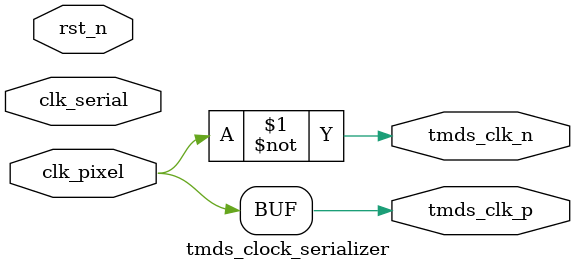
<source format=v>

module DVI_TX_Top (
    input  wire        I_rst_n,        // Reset (active low)
    input  wire        I_serial_clk,   // Serial clock (5x pixel clock)
    input  wire        I_rgb_clk,      // Pixel clock
    input  wire        I_rgb_vs,       // Vertical sync
    input  wire        I_rgb_hs,       // Horizontal sync
    input  wire        I_rgb_de,       // Data enable
    input  wire [7:0]  I_rgb_r,        // Red data
    input  wire [7:0]  I_rgb_g,        // Green data
    input  wire [7:0]  I_rgb_b,        // Blue data
    
    output wire        O_tmds_clk_p,   // TMDS clock positive
    output wire        O_tmds_clk_n,   // TMDS clock negative
    output wire [2:0]  O_tmds_data_p,  // TMDS data positive {r,g,b}
    output wire [2:0]  O_tmds_data_n   // TMDS data negative {r,g,b}
);

    // TMDS encoded data
    wire [9:0] tmds_data_red;
    wire [9:0] tmds_data_green;
    wire [9:0] tmds_data_blue;
    
    // Control signals for TMDS encoding
    wire [1:0] control_red   = 2'b00;
    wire [1:0] control_green = 2'b00;
    wire [1:0] control_blue  = {I_rgb_vs, I_rgb_hs};
    
    // TMDS Encoders for each color channel
    tmds_encoder tmds_enc_red (
        .clk(I_rgb_clk),
        .rst_n(I_rst_n),
        .data_enable(I_rgb_de),
        .data_in(I_rgb_r),
        .control(control_red),
        .tmds_out(tmds_data_red)
    );
    
    tmds_encoder tmds_enc_green (
        .clk(I_rgb_clk),
        .rst_n(I_rst_n),
        .data_enable(I_rgb_de),
        .data_in(I_rgb_g),
        .control(control_green),
        .tmds_out(tmds_data_green)
    );
    
    tmds_encoder tmds_enc_blue (
        .clk(I_rgb_clk),
        .rst_n(I_rst_n),
        .data_enable(I_rgb_de),
        .data_in(I_rgb_b),
        .control(control_blue),
        .tmds_out(tmds_data_blue)
    );
    
    // TMDS Serializers
    tmds_serializer ser_red (
        .clk_serial(I_serial_clk),
        .clk_pixel(I_rgb_clk),
        .rst_n(I_rst_n),
        .tmds_data(tmds_data_red),
        .tmds_out_p(O_tmds_data_p[2]),
        .tmds_out_n(O_tmds_data_n[2])
    );
    
    tmds_serializer ser_green (
        .clk_serial(I_serial_clk),
        .clk_pixel(I_rgb_clk),
        .rst_n(I_rst_n),
        .tmds_data(tmds_data_green),
        .tmds_out_p(O_tmds_data_p[1]),
        .tmds_out_n(O_tmds_data_n[1])
    );
    
    tmds_serializer ser_blue (
        .clk_serial(I_serial_clk),
        .clk_pixel(I_rgb_clk),
        .rst_n(I_rst_n),
        .tmds_data(tmds_data_blue),
        .tmds_out_p(O_tmds_data_p[0]),
        .tmds_out_n(O_tmds_data_n[0])
    );
    
    // Clock serializer
    tmds_clock_serializer clock_ser (
        .clk_serial(I_serial_clk),
        .clk_pixel(I_rgb_clk),
        .rst_n(I_rst_n),
        .tmds_clk_p(O_tmds_clk_p),
        .tmds_clk_n(O_tmds_clk_n)
    );

endmodule

// TMDS Encoder - converts 8-bit data to 10-bit TMDS
module tmds_encoder (
    input  wire       clk,
    input  wire       rst_n,
    input  wire       data_enable,
    input  wire [7:0] data_in,
    input  wire [1:0] control,
    output reg  [9:0] tmds_out
);

    // Simplified TMDS encoding
    // In a full implementation, this would include DC balancing
    always @(posedge clk or negedge rst_n) begin
        if (!rst_n) begin
            tmds_out <= 10'b0;
        end else begin
            if (data_enable) begin
                // Simplified data encoding - just pad with control bits
                tmds_out <= {2'b01, data_in};
            end else begin
                // Control period encoding
                case (control)
                    2'b00: tmds_out <= 10'b1101010100;
                    2'b01: tmds_out <= 10'b0010101011;
                    2'b10: tmds_out <= 10'b0101010100;
                    2'b11: tmds_out <= 10'b1010101011;
                endcase
            end
        end
    end

endmodule

// TMDS Serializer - converts 10-bit parallel to serial
module tmds_serializer (
    input  wire       clk_serial,
    input  wire       clk_pixel,
    input  wire       rst_n,
    input  wire [9:0] tmds_data,
    output wire       tmds_out_p,
    output wire       tmds_out_n
);

    reg [9:0] shift_reg;
    reg [3:0] bit_counter;
    reg       serial_out;
    
    always @(posedge clk_serial or negedge rst_n) begin
        if (!rst_n) begin
            shift_reg <= 10'b0;
            bit_counter <= 4'b0;
            serial_out <= 1'b0;
        end else begin
            if (bit_counter == 4'd0) begin
                // Load new data at pixel clock rate
                shift_reg <= tmds_data;
                bit_counter <= 4'd9;
            end else begin
                bit_counter <= bit_counter - 1'b1;
            end
            
            serial_out <= shift_reg[bit_counter];
        end
    end
    
    // Simple output for testing - no differential buffers
    assign tmds_out_p = serial_out;
    assign tmds_out_n = ~serial_out;

endmodule

// TMDS Clock Serializer 
module tmds_clock_serializer (
    input  wire clk_serial,
    input  wire clk_pixel,
    input  wire rst_n,
    output wire tmds_clk_p,
    output wire tmds_clk_n
);

    // Simple clock forwarding for testing
    assign tmds_clk_p = clk_pixel;
    assign tmds_clk_n = ~clk_pixel;

endmodule

</source>
